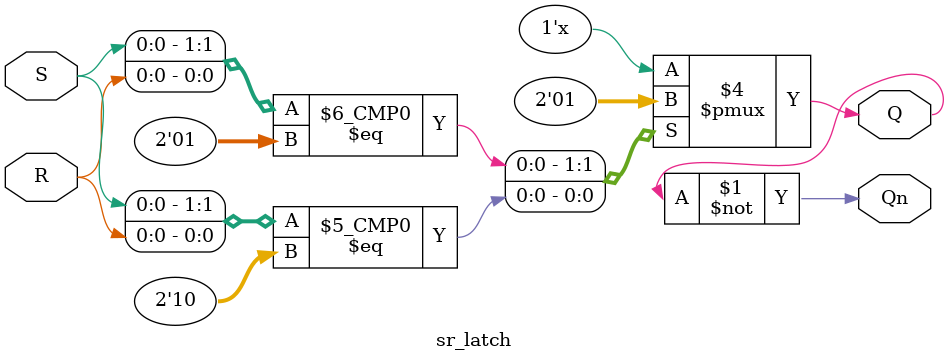
<source format=v>
module sr_latch(input S, R, output reg Q, output Qn);
    assign Qn = ~Q;
    always @ (S or R)
        case ({S, R})
            2'b00: Q = Q;
            2'b01: Q = 0;
            2'b10: Q = 1;
            2'b11: Q = 1'bx;
        endcase
endmodule
</source>
